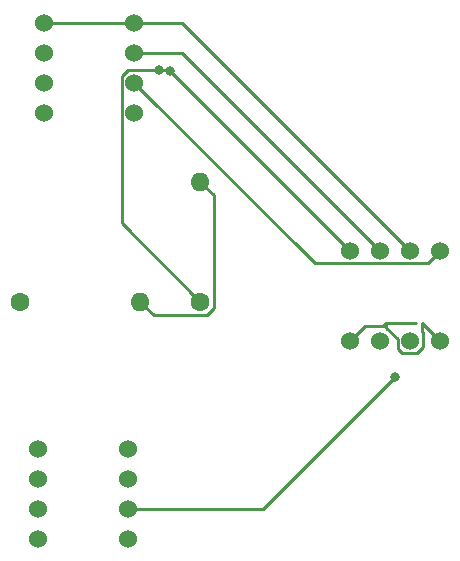
<source format=gbr>
%TF.GenerationSoftware,KiCad,Pcbnew,(5.1.9)-1*%
%TF.CreationDate,2021-10-21T19:00:56-05:00*%
%TF.ProjectId,tutorial2,7475746f-7269-4616-9c32-2e6b69636164,rev?*%
%TF.SameCoordinates,Original*%
%TF.FileFunction,Copper,L1,Top*%
%TF.FilePolarity,Positive*%
%FSLAX46Y46*%
G04 Gerber Fmt 4.6, Leading zero omitted, Abs format (unit mm)*
G04 Created by KiCad (PCBNEW (5.1.9)-1) date 2021-10-21 19:00:56*
%MOMM*%
%LPD*%
G01*
G04 APERTURE LIST*
%TA.AperFunction,ComponentPad*%
%ADD10C,1.524000*%
%TD*%
%TA.AperFunction,ComponentPad*%
%ADD11O,1.600000X1.600000*%
%TD*%
%TA.AperFunction,ComponentPad*%
%ADD12C,1.600000*%
%TD*%
%TA.AperFunction,ViaPad*%
%ADD13C,0.800000*%
%TD*%
%TA.AperFunction,Conductor*%
%ADD14C,0.250000*%
%TD*%
G04 APERTURE END LIST*
D10*
%TO.P,U3,8*%
%TO.N,Net-(U2-Pad7)*%
X144780000Y-88646000D03*
%TO.P,U3,7*%
%TO.N,4*%
X142240000Y-88646000D03*
%TO.P,U3,6*%
%TO.N,1*%
X139700000Y-88646000D03*
%TO.P,U3,5*%
%TO.N,Net-(U2-Pad7)*%
X137160000Y-88646000D03*
%TO.P,U3,4*%
%TO.N,Net-(R1-Pad1)*%
X137160000Y-81026000D03*
%TO.P,U3,3*%
%TO.N,Net-(U1-Pad7)*%
X139700000Y-81026000D03*
%TO.P,U3,2*%
%TO.N,Net-(U1-Pad1)*%
X142240000Y-81026000D03*
%TO.P,U3,1*%
%TO.N,Net-(U1-Pad2)*%
X144780000Y-81026000D03*
%TD*%
%TO.P,U2,8*%
%TO.N,Net-(U2-Pad3)*%
X110744000Y-105410000D03*
%TO.P,U2,7*%
%TO.N,Net-(U2-Pad7)*%
X110744000Y-102870000D03*
%TO.P,U2,6*%
%TO.N,Net-(R1-Pad1)*%
X110744000Y-100330000D03*
%TO.P,U2,5*%
X110744000Y-97790000D03*
%TO.P,U2,4*%
%TO.N,GND*%
X118364000Y-97790000D03*
%TO.P,U2,3*%
%TO.N,Net-(U2-Pad3)*%
X118364000Y-100330000D03*
%TO.P,U2,2*%
%TO.N,4*%
X118364000Y-102870000D03*
%TO.P,U2,1*%
%TO.N,1*%
X118364000Y-105410000D03*
%TD*%
%TO.P,U1,8*%
%TO.N,Net-(U1-Pad1)*%
X118872000Y-61722000D03*
%TO.P,U1,7*%
%TO.N,Net-(U1-Pad7)*%
X118872000Y-64262000D03*
%TO.P,U1,6*%
%TO.N,Net-(U1-Pad2)*%
X118872000Y-66802000D03*
%TO.P,U1,5*%
%TO.N,Net-(R1-Pad1)*%
X118872000Y-69342000D03*
%TO.P,U1,4*%
X111252000Y-69342000D03*
%TO.P,U1,3*%
X111252000Y-66802000D03*
%TO.P,U1,2*%
%TO.N,Net-(U1-Pad2)*%
X111252000Y-64262000D03*
%TO.P,U1,1*%
%TO.N,Net-(U1-Pad1)*%
X111252000Y-61722000D03*
%TD*%
D11*
%TO.P,R2,2*%
%TO.N,GND*%
X124460000Y-75184000D03*
D12*
%TO.P,R2,1*%
%TO.N,Net-(R1-Pad1)*%
X124460000Y-85344000D03*
%TD*%
D11*
%TO.P,R1,2*%
%TO.N,GND*%
X119380000Y-85344000D03*
D12*
%TO.P,R1,1*%
%TO.N,Net-(R1-Pad1)*%
X109220000Y-85344000D03*
%TD*%
D13*
%TO.N,Net-(R1-Pad1)*%
X121920000Y-65786000D03*
X120975001Y-65714999D03*
%TO.N,4*%
X140970000Y-91694000D03*
%TD*%
D14*
%TO.N,GND*%
X120505001Y-86469001D02*
X119380000Y-85344000D01*
X125000001Y-86469001D02*
X120505001Y-86469001D01*
X125585001Y-85884001D02*
X125000001Y-86469001D01*
X125585001Y-76309001D02*
X125585001Y-85884001D01*
X124460000Y-75184000D02*
X125585001Y-76309001D01*
%TO.N,Net-(R1-Pad1)*%
X117784999Y-78668999D02*
X124460000Y-85344000D01*
X117784999Y-66280239D02*
X117784999Y-78668999D01*
X118350239Y-65714999D02*
X117784999Y-66280239D01*
X121848999Y-65714999D02*
X118350239Y-65714999D01*
X137160000Y-81026000D02*
X121920000Y-65786000D01*
X121920000Y-65786000D02*
X121848999Y-65714999D01*
%TO.N,Net-(U1-Pad1)*%
X111252000Y-61722000D02*
X118872000Y-61722000D01*
X122936000Y-61722000D02*
X142240000Y-81026000D01*
X118872000Y-61722000D02*
X122936000Y-61722000D01*
%TO.N,Net-(U1-Pad7)*%
X122936000Y-64262000D02*
X118872000Y-64262000D01*
X139700000Y-81026000D02*
X122936000Y-64262000D01*
%TO.N,Net-(U1-Pad2)*%
X143692999Y-82113001D02*
X134183001Y-82113001D01*
X144780000Y-81026000D02*
X143692999Y-82113001D01*
X134183001Y-82113001D02*
X118872000Y-66802000D01*
%TO.N,Net-(U2-Pad7)*%
X137160000Y-88646000D02*
X138430000Y-87376000D01*
X140208000Y-87122000D02*
X139954000Y-87376000D01*
X142748000Y-87122000D02*
X140208000Y-87122000D01*
X138430000Y-87376000D02*
X139954000Y-87376000D01*
X141152999Y-88503998D02*
X141152999Y-89336999D01*
X140208000Y-87558999D02*
X141152999Y-88503998D01*
X140208000Y-87122000D02*
X140208000Y-87558999D01*
X142761761Y-89733001D02*
X143327001Y-89167761D01*
X143327001Y-89167761D02*
X143327001Y-87955001D01*
X141549001Y-89733001D02*
X142761761Y-89733001D01*
X141152999Y-89336999D02*
X141549001Y-89733001D01*
X143327001Y-87955001D02*
X143256000Y-87884000D01*
X143256000Y-87884000D02*
X143256000Y-87122000D01*
X143256000Y-87122000D02*
X144780000Y-88646000D01*
%TO.N,4*%
X118364000Y-102870000D02*
X129794000Y-102870000D01*
X129794000Y-102870000D02*
X140970000Y-91694000D01*
X140970000Y-91694000D02*
X140970000Y-91694000D01*
%TD*%
M02*

</source>
